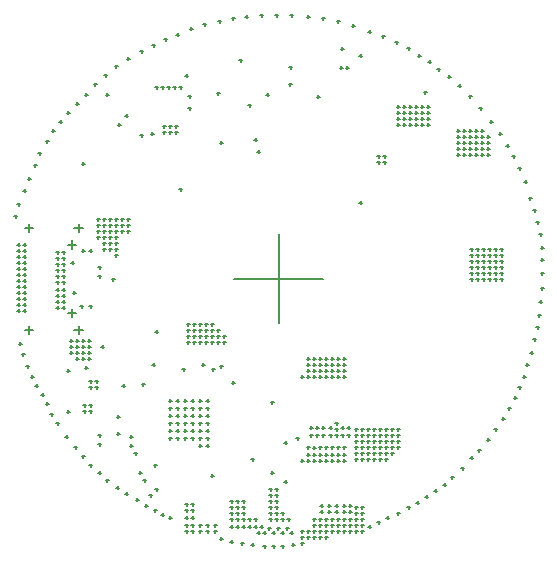
<source format=gbr>
G04 Layer_Color=128*
%FSLAX25Y25*%
%MOIN*%
%TF.FileFunction,Drillmap*%
%TF.Part,Single*%
G01*
G75*
%ADD120C,0.00500*%
D120*
X347437Y308701D02*
X376965D01*
X362201Y293937D02*
Y323465D01*
X292063Y320079D02*
X294819D01*
X293441Y318701D02*
Y321457D01*
X292063Y297323D02*
X294819D01*
X293441Y295945D02*
Y298701D01*
X277693Y291693D02*
X280449D01*
X279071Y290315D02*
Y293071D01*
X277693Y325709D02*
X280449D01*
X279071Y324331D02*
Y327087D01*
X294150Y325709D02*
X296906D01*
X295528Y324331D02*
Y327087D01*
X294150Y291693D02*
X296906D01*
X295528Y290315D02*
Y293071D01*
X307500Y316500D02*
X308500D01*
X308000Y316000D02*
Y317000D01*
X335500Y253000D02*
X336500D01*
X336000Y252500D02*
Y253500D01*
X338000Y253000D02*
X339000D01*
X338500Y252500D02*
Y253500D01*
X325500Y255500D02*
X326500D01*
X326000Y255000D02*
Y256000D01*
X325500Y258000D02*
X326500D01*
X326000Y257500D02*
Y258500D01*
X325500Y260500D02*
X326500D01*
X326000Y260000D02*
Y261000D01*
X325500Y268000D02*
X326500D01*
X326000Y267500D02*
Y268500D01*
X328000Y268000D02*
X329000D01*
X328500Y267500D02*
Y268500D01*
X330500Y268000D02*
X331500D01*
X331000Y267500D02*
Y268500D01*
X333000Y268000D02*
X334000D01*
X333500Y267500D02*
Y268500D01*
X335500Y268000D02*
X336500D01*
X336000Y267500D02*
Y268500D01*
X338000Y268000D02*
X339000D01*
X338500Y267500D02*
Y268500D01*
X325500Y263000D02*
X326500D01*
X326000Y262500D02*
Y263500D01*
X325500Y265500D02*
X326500D01*
X326000Y265000D02*
Y266000D01*
X321000Y238500D02*
X322000D01*
X321500Y238000D02*
Y239000D01*
X314500Y235000D02*
X315500D01*
X315000Y234500D02*
Y235500D01*
X317500Y233000D02*
X318500D01*
X318000Y232500D02*
Y233500D01*
X317000Y241500D02*
X318000D01*
X317500Y241000D02*
Y242000D01*
X311000Y237000D02*
X312000D01*
X311500Y236500D02*
Y237500D01*
X421500Y358000D02*
X422500D01*
X422000Y357500D02*
Y358500D01*
X315500Y244000D02*
X316500D01*
X316000Y243500D02*
Y244500D01*
X308000Y239000D02*
X309000D01*
X308500Y238500D02*
Y239500D01*
X319000Y236500D02*
X320000D01*
X319500Y236000D02*
Y237000D01*
X342500Y279500D02*
X343500D01*
X343000Y279000D02*
Y280000D01*
X314000Y250500D02*
X315000D01*
X314500Y250000D02*
Y251000D01*
X304500Y241500D02*
X305500D01*
X305000Y241000D02*
Y242000D01*
X312500Y253000D02*
X313500D01*
X313000Y252500D02*
Y253500D01*
X302000Y244000D02*
X303000D01*
X302500Y243500D02*
Y244500D01*
X369500Y222500D02*
X370500D01*
X370000Y222000D02*
Y223000D01*
X369500Y224500D02*
X370500D01*
X370000Y224000D02*
Y225000D01*
X375500Y222500D02*
X376500D01*
X376000Y222000D02*
Y223000D01*
X383500Y231000D02*
X384500D01*
X384000Y230500D02*
Y231500D01*
X385500Y231000D02*
X386500D01*
X386000Y230500D02*
Y231500D01*
X385500Y233000D02*
X386500D01*
X386000Y232500D02*
Y233500D01*
X383500Y233000D02*
X384500D01*
X384000Y232500D02*
Y233500D01*
X378500Y231000D02*
X379500D01*
X379000Y230500D02*
Y231500D01*
X378500Y233000D02*
X379500D01*
X379000Y232500D02*
Y233500D01*
X377500Y222500D02*
X378500D01*
X378000Y222000D02*
Y223000D01*
X373500Y222500D02*
X374500D01*
X374000Y222000D02*
Y223000D01*
X369500Y220500D02*
X370500D01*
X370000Y220000D02*
Y221000D01*
X392000Y226000D02*
X393000D01*
X392500Y225500D02*
Y226500D01*
X366500Y220000D02*
X367500D01*
X367000Y219500D02*
Y220500D01*
X363000Y219500D02*
X364000D01*
X363500Y219000D02*
Y220000D01*
X360000Y219500D02*
X361000D01*
X360500Y219000D02*
Y220000D01*
X357000Y219500D02*
X358000D01*
X357500Y219000D02*
Y220000D01*
X353000D02*
X354000D01*
X353500Y219500D02*
Y220500D01*
X349500D02*
X350500D01*
X350000Y220000D02*
Y221000D01*
X346000D02*
X347000D01*
X346500Y220500D02*
Y221500D01*
X342500Y222000D02*
X343500D01*
X343000Y221500D02*
Y222500D01*
X399500Y250500D02*
X400500D01*
X400000Y250000D02*
Y251000D01*
X401500Y252500D02*
X402500D01*
X402000Y252000D02*
Y253000D01*
X399500Y252500D02*
X400500D01*
X400000Y252000D02*
Y253000D01*
X399500Y254500D02*
X400500D01*
X400000Y254000D02*
Y255000D01*
X401500Y254500D02*
X402500D01*
X402000Y254000D02*
Y255000D01*
X401500Y256500D02*
X402500D01*
X402000Y256000D02*
Y257000D01*
X399500Y256500D02*
X400500D01*
X400000Y256000D02*
Y257000D01*
X401500Y258500D02*
X402500D01*
X402000Y258000D02*
Y259000D01*
X399500Y258500D02*
X400500D01*
X400000Y258000D02*
Y259000D01*
X350000Y230500D02*
X351000D01*
X350500Y230000D02*
Y231000D01*
X350000Y232500D02*
X351000D01*
X350500Y232000D02*
Y233000D01*
X350000Y234500D02*
X351000D01*
X350500Y234000D02*
Y235000D01*
X348000Y234500D02*
X349000D01*
X348500Y234000D02*
Y235000D01*
X354000Y228500D02*
X355000D01*
X354500Y228000D02*
Y229000D01*
X350000Y228500D02*
X351000D01*
X350500Y228000D02*
Y229000D01*
X385000Y259000D02*
X386000D01*
X385500Y258500D02*
Y259500D01*
X383000Y259000D02*
X384000D01*
X383500Y258500D02*
Y259500D01*
X379000Y259000D02*
X380000D01*
X379500Y258500D02*
Y259500D01*
X372500Y259000D02*
X373500D01*
X373000Y258500D02*
Y259500D01*
X374500Y259000D02*
X375500D01*
X375000Y258500D02*
Y259500D01*
X371500Y282000D02*
X372500D01*
X372000Y281500D02*
Y282500D01*
X371500Y280000D02*
X372500D01*
X372000Y279500D02*
Y280500D01*
X373500Y280000D02*
X374500D01*
X374000Y279500D02*
Y280500D01*
X373500Y281968D02*
X374500D01*
X374000Y281468D02*
Y282468D01*
X371500Y278000D02*
X372500D01*
X372000Y277500D02*
Y278500D01*
X373500Y278000D02*
X374500D01*
X374000Y277500D02*
Y278500D01*
X352000Y228500D02*
X353000D01*
X352500Y228000D02*
Y229000D01*
X346000Y234500D02*
X347000D01*
X346500Y234000D02*
Y235000D01*
X364000Y254000D02*
X365000D01*
X364500Y253500D02*
Y254500D01*
X368000Y255500D02*
X369000D01*
X368500Y255000D02*
Y256000D01*
X383000Y256500D02*
X384000D01*
X383500Y256000D02*
Y257000D01*
X385000Y256500D02*
X386000D01*
X385500Y256000D02*
Y257000D01*
X387500Y256500D02*
X388500D01*
X388000Y256000D02*
Y257000D01*
X387500Y254500D02*
X388500D01*
X388000Y254000D02*
Y255000D01*
X389500Y256500D02*
X390500D01*
X390000Y256000D02*
Y257000D01*
X391500Y256500D02*
X392500D01*
X392000Y256000D02*
Y257000D01*
X393500Y256500D02*
X394500D01*
X394000Y256000D02*
Y257000D01*
X389500Y254500D02*
X390500D01*
X390000Y254000D02*
Y255000D01*
X391500Y254500D02*
X392500D01*
X392000Y254000D02*
Y255000D01*
X393500Y254500D02*
X394500D01*
X394000Y254000D02*
Y255000D01*
X393500Y252500D02*
X394500D01*
X394000Y252000D02*
Y253000D01*
X391500Y252500D02*
X392500D01*
X392000Y252000D02*
Y253000D01*
X389500Y252500D02*
X390500D01*
X390000Y252000D02*
Y253000D01*
X387500Y252500D02*
X388500D01*
X388000Y252000D02*
Y253000D01*
X387500Y250500D02*
X388500D01*
X388000Y250000D02*
Y251000D01*
X389500Y250500D02*
X390500D01*
X390000Y250000D02*
Y251000D01*
X391500Y250500D02*
X392500D01*
X392000Y250000D02*
Y251000D01*
X393500Y250500D02*
X394500D01*
X394000Y250000D02*
Y251000D01*
X395500Y250500D02*
X396500D01*
X396000Y250000D02*
Y251000D01*
X395500Y252500D02*
X396500D01*
X396000Y252000D02*
Y253000D01*
X395500Y254500D02*
X396500D01*
X396000Y254000D02*
Y255000D01*
X395500Y256500D02*
X396500D01*
X396000Y256000D02*
Y257000D01*
X397500Y256500D02*
X398500D01*
X398000Y256000D02*
Y257000D01*
X397500Y254500D02*
X398500D01*
X398000Y254000D02*
Y255000D01*
X397500Y252500D02*
X398500D01*
X398000Y252000D02*
Y253000D01*
X397500Y250500D02*
X398500D01*
X398000Y250000D02*
Y251000D01*
X397500Y248500D02*
X398500D01*
X398000Y248000D02*
Y249000D01*
X395500Y248500D02*
X396500D01*
X396000Y248000D02*
Y249000D01*
X393500Y248500D02*
X394500D01*
X394000Y248000D02*
Y249000D01*
X391500Y248500D02*
X392500D01*
X392000Y248000D02*
Y249000D01*
X389500Y248500D02*
X390500D01*
X390000Y248000D02*
Y249000D01*
X387500Y248500D02*
X388500D01*
X388000Y248000D02*
Y249000D01*
X397500Y258500D02*
X398500D01*
X398000Y258000D02*
Y259000D01*
X395500Y258500D02*
X396500D01*
X396000Y258000D02*
Y259000D01*
X393500Y258500D02*
X394500D01*
X394000Y258000D02*
Y259000D01*
X391500Y258500D02*
X392500D01*
X392000Y258000D02*
Y259000D01*
X389500Y258500D02*
X390500D01*
X390000Y258000D02*
Y259000D01*
X387500Y258500D02*
X388500D01*
X388000Y258000D02*
Y259000D01*
X381000Y260500D02*
X382000D01*
X381500Y260000D02*
Y261000D01*
X381000Y258500D02*
X382000D01*
X381500Y258000D02*
Y259000D01*
X381000Y256500D02*
X382000D01*
X381500Y256000D02*
Y257000D01*
X383500Y248000D02*
X384500D01*
X384000Y247500D02*
Y248500D01*
X383500Y250000D02*
X384500D01*
X384000Y249500D02*
Y250500D01*
X381500Y250000D02*
X382500D01*
X382000Y249500D02*
Y250500D01*
X379500Y250000D02*
X380500D01*
X380000Y249500D02*
Y250500D01*
X381500Y248000D02*
X382500D01*
X382000Y247500D02*
Y248500D01*
X379500Y248000D02*
X380500D01*
X380000Y247500D02*
Y248500D01*
X377500Y250000D02*
X378500D01*
X378000Y249500D02*
Y250500D01*
X377500Y248000D02*
X378500D01*
X378000Y247500D02*
Y248500D01*
X375500Y248000D02*
X376500D01*
X376000Y247500D02*
Y248500D01*
X375500Y250000D02*
X376500D01*
X376000Y249500D02*
Y250500D01*
X373500Y248000D02*
X374500D01*
X374000Y247500D02*
Y248500D01*
X373500Y250000D02*
X374500D01*
X374000Y249500D02*
Y250500D01*
X371500Y248000D02*
X372500D01*
X372000Y247500D02*
Y248500D01*
X369500Y248000D02*
X370500D01*
X370000Y247500D02*
Y248500D01*
X373500Y228500D02*
X374500D01*
X374000Y228000D02*
Y229000D01*
X375500Y228500D02*
X376500D01*
X376000Y228000D02*
Y229000D01*
X377500Y228500D02*
X378500D01*
X378000Y228000D02*
Y229000D01*
X379500Y228500D02*
X380500D01*
X380000Y228000D02*
Y229000D01*
X381500Y228500D02*
X382500D01*
X382000Y228000D02*
Y229000D01*
X383500Y228500D02*
X384500D01*
X384000Y228000D02*
Y229000D01*
X383500Y226500D02*
X384500D01*
X384000Y226000D02*
Y227000D01*
X381500Y226500D02*
X382500D01*
X382000Y226000D02*
Y227000D01*
X379500Y226500D02*
X380500D01*
X380000Y226000D02*
Y227000D01*
X377500Y226500D02*
X378500D01*
X378000Y226000D02*
Y227000D01*
X375500Y226500D02*
X376500D01*
X376000Y226000D02*
Y227000D01*
X373500Y226500D02*
X374500D01*
X374000Y226000D02*
Y227000D01*
X373500Y224500D02*
X374500D01*
X374000Y224000D02*
Y225000D01*
X375500Y224500D02*
X376500D01*
X376000Y224000D02*
Y225000D01*
X377500Y224500D02*
X378500D01*
X378000Y224000D02*
Y225000D01*
X379500Y224500D02*
X380500D01*
X380000Y224000D02*
Y225000D01*
X381500Y224500D02*
X382500D01*
X382000Y224000D02*
Y225000D01*
X383500Y224500D02*
X384500D01*
X384000Y224000D02*
Y225000D01*
X385500Y226500D02*
X386500D01*
X386000Y226000D02*
Y227000D01*
X385500Y228500D02*
X386500D01*
X386000Y228000D02*
Y229000D01*
X387500Y226500D02*
X388500D01*
X388000Y226000D02*
Y227000D01*
X387500Y228500D02*
X388500D01*
X388000Y228000D02*
Y229000D01*
X387500Y230500D02*
X388500D01*
X388000Y230000D02*
Y231000D01*
X387500Y232500D02*
X388500D01*
X388000Y232000D02*
Y233000D01*
X381000Y231000D02*
X382000D01*
X381500Y230500D02*
Y231500D01*
X381000Y233000D02*
X382000D01*
X381500Y232500D02*
Y233500D01*
X376000Y233000D02*
X377000D01*
X376500Y232500D02*
Y233500D01*
X376000Y231000D02*
X377000D01*
X376500Y230500D02*
Y231500D01*
X389500Y232500D02*
X390500D01*
X390000Y232000D02*
Y233000D01*
X389500Y230500D02*
X390500D01*
X390000Y230000D02*
Y231000D01*
X389500Y228500D02*
X390500D01*
X390000Y228000D02*
Y229000D01*
X389500Y226500D02*
X390500D01*
X390000Y226000D02*
Y227000D01*
X385500Y224500D02*
X386500D01*
X386000Y224000D02*
Y225000D01*
X364000Y241000D02*
X365000D01*
X364500Y240500D02*
Y241500D01*
X361000Y234500D02*
X362000D01*
X361500Y234000D02*
Y235000D01*
X359000Y234500D02*
X360000D01*
X359500Y234000D02*
Y235000D01*
X359000Y232500D02*
X360000D01*
X359500Y232000D02*
Y233000D01*
X361000Y232500D02*
X362000D01*
X361500Y232000D02*
Y233000D01*
X361000Y230500D02*
X362000D01*
X361500Y230000D02*
Y231000D01*
X359000Y230500D02*
X360000D01*
X359500Y230000D02*
Y231000D01*
X359000Y228500D02*
X360000D01*
X359500Y228000D02*
Y229000D01*
X361000Y228500D02*
X362000D01*
X361500Y228000D02*
Y229000D01*
X363000Y230500D02*
X364000D01*
X363500Y230000D02*
Y231000D01*
X363000Y228500D02*
X364000D01*
X363500Y228000D02*
Y229000D01*
X365000Y228500D02*
X366000D01*
X365500Y228000D02*
Y229000D01*
X361000Y236500D02*
X362000D01*
X361500Y236000D02*
Y237000D01*
X359000Y238500D02*
X360000D01*
X359500Y238000D02*
Y239000D01*
X359000Y236500D02*
X360000D01*
X359500Y236000D02*
Y237000D01*
X361000Y238500D02*
X362000D01*
X361500Y238000D02*
Y239000D01*
X346000Y226000D02*
X347000D01*
X346500Y225500D02*
Y226500D01*
X348000Y226000D02*
X349000D01*
X348500Y225500D02*
Y226500D01*
X350000Y226000D02*
X351000D01*
X350500Y225500D02*
Y226500D01*
X346000Y228500D02*
X347000D01*
X346500Y228000D02*
Y229000D01*
X348000Y228500D02*
X349000D01*
X348500Y228000D02*
Y229000D01*
X348000Y230500D02*
X349000D01*
X348500Y230000D02*
Y231000D01*
X346000Y230500D02*
X347000D01*
X346500Y230000D02*
Y231000D01*
X348000Y232500D02*
X349000D01*
X348500Y232000D02*
Y233000D01*
X352000Y226000D02*
X353000D01*
X352500Y225500D02*
Y226500D01*
X355000Y224000D02*
X356000D01*
X355500Y223500D02*
Y224500D01*
X354000Y226000D02*
X355000D01*
X354500Y225500D02*
Y226500D01*
X356000Y226000D02*
X357000D01*
X356500Y225500D02*
Y226500D01*
X358500Y225500D02*
X359500D01*
X359000Y225000D02*
Y226000D01*
X361500Y225500D02*
X362500D01*
X362000Y225000D02*
Y226000D01*
X363000Y224000D02*
X364000D01*
X363500Y223500D02*
Y224500D01*
X364500Y225500D02*
X365500D01*
X365000Y225000D02*
Y226000D01*
X379000Y256500D02*
X380000D01*
X379500Y256000D02*
Y257000D01*
X376500Y256500D02*
X377500D01*
X377000Y256000D02*
Y257000D01*
X374500Y256500D02*
X375500D01*
X375000Y256000D02*
Y257000D01*
X372500Y256500D02*
X373500D01*
X373000Y256000D02*
Y257000D01*
X376500Y259000D02*
X377500D01*
X377000Y258500D02*
Y259500D01*
X357000Y224000D02*
X358000D01*
X357500Y223500D02*
Y224500D01*
X360000Y224000D02*
X361000D01*
X360500Y223500D02*
Y224500D01*
X366000Y224000D02*
X367000D01*
X366500Y223500D02*
Y224500D01*
X426000Y318500D02*
X427000D01*
X426500Y318000D02*
Y319000D01*
X428000Y318500D02*
X429000D01*
X428500Y318000D02*
Y319000D01*
X430000Y318500D02*
X431000D01*
X430500Y318000D02*
Y319000D01*
X432000Y318500D02*
X433000D01*
X432500Y318000D02*
Y319000D01*
X434000Y318500D02*
X435000D01*
X434500Y318000D02*
Y319000D01*
X436000Y318500D02*
X437000D01*
X436500Y318000D02*
Y319000D01*
X436000Y316500D02*
X437000D01*
X436500Y316000D02*
Y317000D01*
X434000Y316500D02*
X435000D01*
X434500Y316000D02*
Y317000D01*
X434000Y314500D02*
X435000D01*
X434500Y314000D02*
Y315000D01*
X436000Y314500D02*
X437000D01*
X436500Y314000D02*
Y315000D01*
X432000Y316500D02*
X433000D01*
X432500Y316000D02*
Y317000D01*
X430000Y316500D02*
X431000D01*
X430500Y316000D02*
Y317000D01*
X428000Y316500D02*
X429000D01*
X428500Y316000D02*
Y317000D01*
X426000Y316500D02*
X427000D01*
X426500Y316000D02*
Y317000D01*
X426000Y314500D02*
X427000D01*
X426500Y314000D02*
Y315000D01*
X428000Y314500D02*
X429000D01*
X428500Y314000D02*
Y315000D01*
X430000Y314500D02*
X431000D01*
X430500Y314000D02*
Y315000D01*
X432000Y314500D02*
X433000D01*
X432500Y314000D02*
Y315000D01*
X426000Y312500D02*
X427000D01*
X426500Y312000D02*
Y313000D01*
X428000Y312500D02*
X429000D01*
X428500Y312000D02*
Y313000D01*
X430000Y312500D02*
X431000D01*
X430500Y312000D02*
Y313000D01*
X432000Y312500D02*
X433000D01*
X432500Y312000D02*
Y313000D01*
X434000Y312500D02*
X435000D01*
X434500Y312000D02*
Y313000D01*
X436000Y312500D02*
X437000D01*
X436500Y312000D02*
Y313000D01*
X436000Y310500D02*
X437000D01*
X436500Y310000D02*
Y311000D01*
X434000Y310500D02*
X435000D01*
X434500Y310000D02*
Y311000D01*
X432000Y310500D02*
X433000D01*
X432500Y310000D02*
Y311000D01*
X430000Y310500D02*
X431000D01*
X430500Y310000D02*
Y311000D01*
X428000Y310500D02*
X429000D01*
X428500Y310000D02*
Y311000D01*
X426000Y310500D02*
X427000D01*
X426500Y310000D02*
Y311000D01*
X426000Y308500D02*
X427000D01*
X426500Y308000D02*
Y309000D01*
X428000Y308500D02*
X429000D01*
X428500Y308000D02*
Y309000D01*
X430000Y308500D02*
X431000D01*
X430500Y308000D02*
Y309000D01*
X432000Y308500D02*
X433000D01*
X432500Y308000D02*
Y309000D01*
X434000Y308500D02*
X435000D01*
X434500Y308000D02*
Y309000D01*
X436000Y308500D02*
X437000D01*
X436500Y308000D02*
Y309000D01*
X359500Y243969D02*
X360500D01*
X360000Y243468D02*
Y244468D01*
X339500Y293500D02*
X340500D01*
X340000Y293000D02*
Y294000D01*
X337500Y293500D02*
X338500D01*
X338000Y293000D02*
Y294000D01*
X339500Y291500D02*
X340500D01*
X340000Y291000D02*
Y292000D01*
X339500Y289500D02*
X340500D01*
X340000Y289000D02*
Y290000D01*
X339500Y287500D02*
X340500D01*
X340000Y287000D02*
Y288000D01*
X337500Y291500D02*
X338500D01*
X338000Y291000D02*
Y292000D01*
X337500Y289500D02*
X338500D01*
X338000Y289000D02*
Y290000D01*
X335500Y289500D02*
X336500D01*
X336000Y289000D02*
Y290000D01*
X335500Y291500D02*
X336500D01*
X336000Y291000D02*
Y292000D01*
X335500Y293500D02*
X336500D01*
X336000Y293000D02*
Y294000D01*
X333500Y289500D02*
X334500D01*
X334000Y289000D02*
Y290000D01*
X331500Y289500D02*
X332500D01*
X332000Y289000D02*
Y290000D01*
X341500Y287500D02*
X342500D01*
X342000Y287000D02*
Y288000D01*
X341500Y289500D02*
X342500D01*
X342000Y289000D02*
Y290000D01*
X341500Y291500D02*
X342500D01*
X342000Y291000D02*
Y292000D01*
X343500Y289500D02*
X344500D01*
X344000Y289000D02*
Y290000D01*
X343500Y287500D02*
X344500D01*
X344000Y287000D02*
Y288000D01*
X375500Y278000D02*
X376500D01*
X376000Y277500D02*
Y278500D01*
X377500Y278000D02*
X378500D01*
X378000Y277500D02*
Y278500D01*
X379500Y278000D02*
X380500D01*
X380000Y277500D02*
Y278500D01*
X381500Y278000D02*
X382500D01*
X382000Y277500D02*
Y278500D01*
X383500Y278000D02*
X384500D01*
X384000Y277500D02*
Y278500D01*
X383500Y276000D02*
X384500D01*
X384000Y275500D02*
Y276500D01*
X381500Y276000D02*
X382500D01*
X382000Y275500D02*
Y276500D01*
X379500Y276000D02*
X380500D01*
X380000Y275500D02*
Y276500D01*
X377500Y276000D02*
X378500D01*
X378000Y275500D02*
Y276500D01*
X375500Y276000D02*
X376500D01*
X376000Y275500D02*
Y276500D01*
X373500Y276000D02*
X374500D01*
X374000Y275500D02*
Y276500D01*
X371500Y276000D02*
X372500D01*
X372000Y275500D02*
Y276500D01*
X369500Y276000D02*
X370500D01*
X370000Y275500D02*
Y276500D01*
X302000Y312500D02*
X303000D01*
X302500Y312000D02*
Y313000D01*
X302000Y309500D02*
X303000D01*
X302500Y309000D02*
Y310000D01*
X293500Y304000D02*
X294500D01*
X294000Y303500D02*
Y304500D01*
X308173Y262673D02*
X309173D01*
X308673Y262173D02*
Y263173D01*
X346000Y232500D02*
X347000D01*
X346500Y232000D02*
Y233000D01*
X321000Y291000D02*
X322000D01*
X321500Y290500D02*
Y291500D01*
X333000Y260500D02*
X334000D01*
X333500Y260000D02*
Y261000D01*
X330500Y260500D02*
X331500D01*
X331000Y260000D02*
Y261000D01*
X335500Y260500D02*
X336500D01*
X336000Y260000D02*
Y261000D01*
X335500Y263000D02*
X336500D01*
X336000Y262500D02*
Y263500D01*
X330500Y263000D02*
X331500D01*
X331000Y262500D02*
Y263500D01*
X333000Y263000D02*
X334000D01*
X333500Y262500D02*
Y263500D01*
X330500Y258000D02*
X331500D01*
X331000Y257500D02*
Y258500D01*
X333000Y258000D02*
X334000D01*
X333500Y257500D02*
Y258500D01*
X335500Y258000D02*
X336500D01*
X336000Y257500D02*
Y258500D01*
X335500Y265500D02*
X336500D01*
X336000Y265000D02*
Y266000D01*
X333000Y265500D02*
X334000D01*
X333500Y265000D02*
Y266000D01*
X330500Y265500D02*
X331500D01*
X331000Y265000D02*
Y266000D01*
X328000Y265500D02*
X329000D01*
X328500Y265000D02*
Y266000D01*
X328000Y263000D02*
X329000D01*
X328500Y262500D02*
Y263500D01*
X338000Y263000D02*
X339000D01*
X338500Y262500D02*
Y263500D01*
X338000Y265500D02*
X339000D01*
X338500Y265000D02*
Y266000D01*
X338000Y260500D02*
X339000D01*
X338500Y260000D02*
Y261000D01*
X338000Y258000D02*
X339000D01*
X338500Y257500D02*
Y258500D01*
X328000Y258000D02*
X329000D01*
X328500Y257500D02*
Y258500D01*
X328000Y260500D02*
X329000D01*
X328500Y260000D02*
Y261000D01*
X328000Y255500D02*
X329000D01*
X328500Y255000D02*
Y256000D01*
X330500Y255500D02*
X331500D01*
X331000Y255000D02*
Y256000D01*
X333000Y255500D02*
X334000D01*
X333500Y255000D02*
Y256000D01*
X335500Y255500D02*
X336500D01*
X336000Y255000D02*
Y256000D01*
X338000Y255500D02*
X339000D01*
X338500Y255000D02*
Y256000D01*
X346500Y274000D02*
X347500D01*
X347000Y273500D02*
Y274500D01*
X339890Y278610D02*
X340890D01*
X340390Y278110D02*
Y279110D01*
X301500Y326500D02*
X302500D01*
X302000Y326000D02*
Y327000D01*
X303500Y326500D02*
X304500D01*
X304000Y326000D02*
Y327000D01*
X305500Y326500D02*
X306500D01*
X306000Y326000D02*
Y327000D01*
X305500Y324500D02*
X306500D01*
X306000Y324000D02*
Y325000D01*
X303500Y324500D02*
X304500D01*
X304000Y324000D02*
Y325000D01*
X301500Y324500D02*
X302500D01*
X302000Y324000D02*
Y325000D01*
X303500Y322500D02*
X304500D01*
X304000Y322000D02*
Y323000D01*
X305500Y322500D02*
X306500D01*
X306000Y322000D02*
Y323000D01*
X307500Y324500D02*
X308500D01*
X308000Y324000D02*
Y325000D01*
X307500Y326500D02*
X308500D01*
X308000Y326000D02*
Y327000D01*
X307500Y328500D02*
X308500D01*
X308000Y328000D02*
Y329000D01*
X305500Y328500D02*
X306500D01*
X306000Y328000D02*
Y329000D01*
X303500Y328500D02*
X304500D01*
X304000Y328000D02*
Y329000D01*
X301500Y328500D02*
X302500D01*
X302000Y328000D02*
Y329000D01*
X307500Y322500D02*
X308500D01*
X308000Y322000D02*
Y323000D01*
X303500Y320500D02*
X304500D01*
X304000Y320000D02*
Y321000D01*
X305500Y320500D02*
X306500D01*
X306000Y320000D02*
Y321000D01*
X307500Y320500D02*
X308500D01*
X308000Y320000D02*
Y321000D01*
X309500Y324500D02*
X310500D01*
X310000Y324000D02*
Y325000D01*
X309500Y326500D02*
X310500D01*
X310000Y326000D02*
Y327000D01*
X309500Y328500D02*
X310500D01*
X310000Y328000D02*
Y329000D01*
X307500Y318500D02*
X308500D01*
X308000Y318000D02*
Y319000D01*
X305500Y318500D02*
X306500D01*
X306000Y318000D02*
Y319000D01*
X292500Y288000D02*
X293500D01*
X293000Y287500D02*
Y288500D01*
X294500Y288000D02*
X295500D01*
X295000Y287500D02*
Y288500D01*
X296500Y288000D02*
X297500D01*
X297000Y287500D02*
Y288500D01*
X298500Y288000D02*
X299500D01*
X299000Y287500D02*
Y288500D01*
X298500Y286000D02*
X299500D01*
X299000Y285500D02*
Y286500D01*
X296500Y286000D02*
X297500D01*
X297000Y285500D02*
Y286500D01*
X294500Y286000D02*
X295500D01*
X295000Y285500D02*
Y286500D01*
X292500Y286000D02*
X293500D01*
X293000Y285500D02*
Y286500D01*
X292500Y284000D02*
X293500D01*
X293000Y283500D02*
Y284500D01*
X294500Y284000D02*
X295500D01*
X295000Y283500D02*
Y284500D01*
X296500Y284000D02*
X297500D01*
X297000Y283500D02*
Y284500D01*
X298500Y284000D02*
X299500D01*
X299000Y283500D02*
Y284500D01*
X301500Y322500D02*
X302500D01*
X302000Y322000D02*
Y323000D01*
X303500Y318500D02*
X304500D01*
X304000Y318000D02*
Y319000D01*
X299000Y299500D02*
X300000D01*
X299500Y299000D02*
Y300000D01*
X296000Y299500D02*
X297000D01*
X296500Y299000D02*
Y300000D01*
X299000Y318000D02*
X300000D01*
X299500Y317500D02*
Y318500D01*
X296500Y318000D02*
X297500D01*
X297000Y317500D02*
Y318500D01*
X290000Y313500D02*
X291000D01*
X290500Y313000D02*
Y314000D01*
X290000Y311500D02*
X291000D01*
X290500Y311000D02*
Y312000D01*
X288000Y311500D02*
X289000D01*
X288500Y311000D02*
Y312000D01*
X290000Y299000D02*
X291000D01*
X290500Y298500D02*
Y299500D01*
X288000Y299000D02*
X289000D01*
X288500Y298500D02*
Y299500D01*
X290000Y301000D02*
X291000D01*
X290500Y300500D02*
Y301500D01*
X288000Y301000D02*
X289000D01*
X288500Y300500D02*
Y301500D01*
X290000Y303000D02*
X291000D01*
X290500Y302500D02*
Y303500D01*
X288000Y303000D02*
X289000D01*
X288500Y302500D02*
Y303500D01*
X290000Y305000D02*
X291000D01*
X290500Y304500D02*
Y305500D01*
X288000Y305000D02*
X289000D01*
X288500Y304500D02*
Y305500D01*
X296500Y347000D02*
X297500D01*
X297000Y346500D02*
Y347500D01*
X298500Y282000D02*
X299500D01*
X299000Y281500D02*
Y282500D01*
X296500Y282000D02*
X297500D01*
X297000Y281500D02*
Y282500D01*
X294500Y282000D02*
X295500D01*
X295000Y281500D02*
Y282500D01*
X316000Y356500D02*
X317000D01*
X316500Y356000D02*
Y357000D01*
X333000Y229000D02*
X334000D01*
X333500Y228500D02*
Y229500D01*
X333000Y226500D02*
X334000D01*
X333500Y226000D02*
Y227000D01*
X335500Y226500D02*
X336500D01*
X336000Y226000D02*
Y227000D01*
X338000Y226500D02*
X339000D01*
X338500Y226000D02*
Y227000D01*
X340500Y226500D02*
X341500D01*
X341000Y226000D02*
Y227000D01*
X340500Y224500D02*
X341500D01*
X341000Y224000D02*
Y225000D01*
X338000Y224500D02*
X339000D01*
X338500Y224000D02*
Y225000D01*
X335500Y224500D02*
X336500D01*
X336000Y224000D02*
Y225000D01*
X333000Y224500D02*
X334000D01*
X333500Y224000D02*
Y225000D01*
X297500Y279000D02*
X298500D01*
X298000Y278500D02*
Y279500D01*
X299000Y264500D02*
X300000D01*
X299500Y264000D02*
Y265000D01*
X299000Y274500D02*
X300000D01*
X299500Y274000D02*
Y275000D01*
X299000Y266500D02*
X300000D01*
X299500Y266000D02*
Y267000D01*
X301000Y272500D02*
X302000D01*
X301500Y272000D02*
Y273000D01*
X299000Y272500D02*
X300000D01*
X299500Y272000D02*
Y273000D01*
X297000Y266500D02*
X298000D01*
X297500Y266000D02*
Y267000D01*
X297000Y264500D02*
X298000D01*
X297500Y264000D02*
Y265000D01*
X301000Y274500D02*
X302000D01*
X301500Y274000D02*
Y275000D01*
X310000Y273000D02*
X311000D01*
X310500Y272500D02*
Y273500D01*
X379500Y280000D02*
X380500D01*
X380000Y279500D02*
Y280500D01*
X377500Y282000D02*
X378500D01*
X378000Y281500D02*
Y282500D01*
X306500Y308500D02*
X307500D01*
X307000Y308000D02*
Y309000D01*
X332000Y365500D02*
X333000D01*
X332500Y365000D02*
Y366000D01*
X332000Y369500D02*
X333000D01*
X332500Y369000D02*
Y370000D01*
X349000Y381500D02*
X350000D01*
X349500Y381000D02*
Y382000D01*
X358000Y370000D02*
X359000D01*
X358500Y369500D02*
Y370500D01*
X342500Y354000D02*
X343500D01*
X343000Y353500D02*
Y354500D01*
X290000Y315500D02*
X291000D01*
X290500Y315000D02*
Y316000D01*
X288000Y313500D02*
X289000D01*
X288500Y313000D02*
Y314000D01*
X290000Y317500D02*
X291000D01*
X290500Y317000D02*
Y318000D01*
X288000Y315500D02*
X289000D01*
X288500Y315000D02*
Y316000D01*
X353000Y248500D02*
X354000D01*
X353500Y248000D02*
Y249000D01*
X288000Y317500D02*
X289000D01*
X288500Y317000D02*
Y318000D01*
X303000Y286000D02*
X304000D01*
X303500Y285500D02*
Y286500D01*
X355000Y351000D02*
X356000D01*
X355500Y350500D02*
Y351500D01*
X373500Y252413D02*
X374500D01*
X374000Y251913D02*
Y252913D01*
X375500Y252500D02*
X376500D01*
X376000Y252000D02*
Y253000D01*
X377500Y252500D02*
X378500D01*
X378000Y252000D02*
Y253000D01*
X379500Y252500D02*
X380500D01*
X380000Y252000D02*
Y253000D01*
X381500Y252500D02*
X382500D01*
X382000Y252000D02*
Y253000D01*
X383500Y252500D02*
X384500D01*
X384000Y252000D02*
Y253000D01*
X316500Y273500D02*
X317500D01*
X317000Y273000D02*
Y274000D01*
X291500Y278000D02*
X292500D01*
X292000Y277500D02*
Y278500D01*
X320500Y246500D02*
X321500D01*
X321000Y246000D02*
Y247000D01*
X371500Y224500D02*
X372500D01*
X372000Y224000D02*
Y225000D01*
X371500Y222500D02*
X372500D01*
X372000Y222000D02*
Y223000D01*
X387500Y224500D02*
X388500D01*
X388000Y224000D02*
Y225000D01*
X389500Y224500D02*
X390500D01*
X390000Y224000D02*
Y225000D01*
X423500Y350000D02*
X424500D01*
X424000Y349500D02*
Y350500D01*
X425500Y350000D02*
X426500D01*
X426000Y349500D02*
Y350500D01*
X427500Y350000D02*
X428500D01*
X428000Y349500D02*
Y350500D01*
X427500Y352000D02*
X428500D01*
X428000Y351500D02*
Y352500D01*
X425500Y352000D02*
X426500D01*
X426000Y351500D02*
Y352500D01*
X423500Y352000D02*
X424500D01*
X424000Y351500D02*
Y352500D01*
X423500Y354000D02*
X424500D01*
X424000Y353500D02*
Y354500D01*
X425500Y354000D02*
X426500D01*
X426000Y353500D02*
Y354500D01*
X427500Y354000D02*
X428500D01*
X428000Y353500D02*
Y354500D01*
X427500Y356000D02*
X428500D01*
X428000Y355500D02*
Y356500D01*
X425500Y356000D02*
X426500D01*
X426000Y355500D02*
Y356500D01*
X423500Y356000D02*
X424500D01*
X424000Y355500D02*
Y356500D01*
X421500Y356000D02*
X422500D01*
X422000Y355500D02*
Y356500D01*
X429500Y356000D02*
X430500D01*
X430000Y355500D02*
Y356500D01*
X429500Y354000D02*
X430500D01*
X430000Y353500D02*
Y354500D01*
X429500Y352000D02*
X430500D01*
X430000Y351500D02*
Y352500D01*
X429500Y350000D02*
X430500D01*
X430000Y349500D02*
Y350500D01*
X431500Y350000D02*
X432500D01*
X432000Y349500D02*
Y350500D01*
X431500Y352000D02*
X432500D01*
X432000Y351500D02*
Y352500D01*
X431500Y354000D02*
X432500D01*
X432000Y353500D02*
Y354500D01*
X431500Y356000D02*
X432500D01*
X432000Y355500D02*
Y356500D01*
X429500Y358000D02*
X430500D01*
X430000Y357500D02*
Y358500D01*
X427500Y358000D02*
X428500D01*
X428000Y357500D02*
Y358500D01*
X425500Y358000D02*
X426500D01*
X426000Y357500D02*
Y358500D01*
X423500Y358000D02*
X424500D01*
X424000Y357500D02*
Y358500D01*
X311000Y363000D02*
X312000D01*
X311500Y362500D02*
Y363500D01*
X395000Y349500D02*
X396000D01*
X395500Y349000D02*
Y350000D01*
X397000Y349500D02*
X398000D01*
X397500Y349000D02*
Y350000D01*
X397000Y347500D02*
X398000D01*
X397500Y347000D02*
Y348000D01*
X395000Y347500D02*
X396000D01*
X395500Y347000D02*
Y348000D01*
X290000Y309500D02*
X291000D01*
X290500Y309000D02*
Y310000D01*
X288000Y309500D02*
X289000D01*
X288500Y309000D02*
Y310000D01*
X288000Y307500D02*
X289000D01*
X288500Y307000D02*
Y308000D01*
X290000Y307500D02*
X291000D01*
X290500Y307000D02*
Y308000D01*
X311500Y328500D02*
X312500D01*
X312000Y328000D02*
Y329000D01*
X311500Y326500D02*
X312500D01*
X312000Y326000D02*
Y327000D01*
X311500Y324500D02*
X312500D01*
X312000Y324000D02*
Y325000D01*
X331500Y287500D02*
X332500D01*
X332000Y287000D02*
Y288000D01*
X333500Y287500D02*
X334500D01*
X334000Y287000D02*
Y288000D01*
X335500Y287500D02*
X336500D01*
X336000Y287000D02*
Y288000D01*
X337500Y287500D02*
X338500D01*
X338000Y287000D02*
Y288000D01*
X277000Y320000D02*
X278000D01*
X277500Y319500D02*
Y320500D01*
X275000Y320000D02*
X276000D01*
X275500Y319500D02*
Y320500D01*
X275000Y318000D02*
X276000D01*
X275500Y317500D02*
Y318500D01*
X277000Y318000D02*
X278000D01*
X277500Y317500D02*
Y318500D01*
X277000Y316000D02*
X278000D01*
X277500Y315500D02*
Y316500D01*
X275000Y316000D02*
X276000D01*
X275500Y315500D02*
Y316500D01*
X275000Y314000D02*
X276000D01*
X275500Y313500D02*
Y314500D01*
X277000Y314000D02*
X278000D01*
X277500Y313500D02*
Y314500D01*
X277000Y312000D02*
X278000D01*
X277500Y311500D02*
Y312500D01*
X275000Y312000D02*
X276000D01*
X275500Y311500D02*
Y312500D01*
X275000Y310000D02*
X276000D01*
X275500Y309500D02*
Y310500D01*
X277000Y310000D02*
X278000D01*
X277500Y309500D02*
Y310500D01*
X277000Y308000D02*
X278000D01*
X277500Y307500D02*
Y308500D01*
X275000Y308000D02*
X276000D01*
X275500Y307500D02*
Y308500D01*
X275000Y306000D02*
X276000D01*
X275500Y305500D02*
Y306500D01*
X277000Y306000D02*
X278000D01*
X277500Y305500D02*
Y306500D01*
X275000Y304000D02*
X276000D01*
X275500Y303500D02*
Y304500D01*
X275000Y302000D02*
X276000D01*
X275500Y301500D02*
Y302500D01*
X275000Y300000D02*
X276000D01*
X275500Y299500D02*
Y300500D01*
X275000Y298000D02*
X276000D01*
X275500Y297500D02*
Y298500D01*
X277000Y298000D02*
X278000D01*
X277500Y297500D02*
Y298500D01*
X277000Y300000D02*
X278000D01*
X277500Y299500D02*
Y300500D01*
X277000Y302000D02*
X278000D01*
X277500Y301500D02*
Y302500D01*
X277000Y304000D02*
X278000D01*
X277500Y303500D02*
Y304500D01*
X274000Y329500D02*
X275000D01*
X274500Y329000D02*
Y330000D01*
X275000Y333500D02*
X276000D01*
X275500Y333000D02*
Y334000D01*
X277000Y338000D02*
X278000D01*
X277500Y337500D02*
Y338500D01*
X278500Y342000D02*
X279500D01*
X279000Y341500D02*
Y342500D01*
X280500Y346500D02*
X281500D01*
X281000Y346000D02*
Y347000D01*
X282000Y350500D02*
X283000D01*
X282500Y350000D02*
Y351000D01*
X284500Y354500D02*
X285500D01*
X285000Y354000D02*
Y355000D01*
X286500Y358000D02*
X287500D01*
X287000Y357500D02*
Y358500D01*
X291500Y364000D02*
X292500D01*
X292000Y363500D02*
Y364500D01*
X294500Y367000D02*
X295500D01*
X295000Y366500D02*
Y367500D01*
X297500Y370000D02*
X298500D01*
X298000Y369500D02*
Y370500D01*
X300500Y373500D02*
X301500D01*
X301000Y373000D02*
Y374000D01*
X304000Y376500D02*
X305000D01*
X304500Y376000D02*
Y377000D01*
X307500Y379500D02*
X308500D01*
X308000Y379000D02*
Y380000D01*
X311500Y382000D02*
X312500D01*
X312000Y381500D02*
Y382500D01*
X316000Y384500D02*
X317000D01*
X316500Y384000D02*
Y385000D01*
X320000Y386500D02*
X321000D01*
X320500Y386000D02*
Y387000D01*
X324000Y388500D02*
X325000D01*
X324500Y388000D02*
Y389000D01*
X328000Y390000D02*
X329000D01*
X328500Y389500D02*
Y390500D01*
X332500Y392000D02*
X333500D01*
X333000Y391500D02*
Y392500D01*
X337000Y393500D02*
X338000D01*
X337500Y393000D02*
Y394000D01*
X342000Y394500D02*
X343000D01*
X342500Y394000D02*
Y395000D01*
X346500Y395500D02*
X347500D01*
X347000Y395000D02*
Y396000D01*
X351000D02*
X352000D01*
X351500Y395500D02*
Y396500D01*
X356000D02*
X357000D01*
X356500Y396000D02*
Y397000D01*
X361000Y396500D02*
X362000D01*
X361500Y396000D02*
Y397000D01*
X366000Y396500D02*
X367000D01*
X366500Y396000D02*
Y397000D01*
X371500Y396000D02*
X372500D01*
X372000Y395500D02*
Y396500D01*
X376500Y395500D02*
X377500D01*
X377000Y395000D02*
Y396000D01*
X381500Y394500D02*
X382500D01*
X382000Y394000D02*
Y395000D01*
X386500Y393000D02*
X387500D01*
X387000Y392500D02*
Y393500D01*
X392000Y391000D02*
X393000D01*
X392500Y390500D02*
Y391500D01*
X396500Y389500D02*
X397500D01*
X397000Y389000D02*
Y390000D01*
X401000Y387500D02*
X402000D01*
X401500Y387000D02*
Y388000D01*
X405000Y385500D02*
X406000D01*
X405500Y385000D02*
Y386000D01*
X408500Y383000D02*
X409500D01*
X409000Y382500D02*
Y383500D01*
X412000Y381000D02*
X413000D01*
X412500Y380500D02*
Y381500D01*
X415000Y378500D02*
X416000D01*
X415500Y378000D02*
Y379000D01*
X418500Y376000D02*
X419500D01*
X419000Y375500D02*
Y376500D01*
X422000Y373000D02*
X423000D01*
X422500Y372500D02*
Y373500D01*
X425500Y369500D02*
X426500D01*
X426000Y369000D02*
Y370000D01*
X429000Y365500D02*
X430000D01*
X429500Y365000D02*
Y366000D01*
X275500Y287000D02*
X276500D01*
X276000Y286500D02*
Y287500D01*
X276500Y283500D02*
X277500D01*
X277000Y283000D02*
Y284000D01*
X278000Y279500D02*
X279000D01*
X278500Y279000D02*
Y280000D01*
X279500Y276000D02*
X280500D01*
X280000Y275500D02*
Y276500D01*
X281000Y273000D02*
X282000D01*
X281500Y272500D02*
Y273500D01*
X283000Y270000D02*
X284000D01*
X283500Y269500D02*
Y270500D01*
X284500Y267000D02*
X285500D01*
X285000Y266500D02*
Y267500D01*
X286000Y263500D02*
X287000D01*
X286500Y263000D02*
Y264000D01*
X288000Y260500D02*
X289000D01*
X288500Y260000D02*
Y261000D01*
X291000Y256000D02*
X292000D01*
X291500Y255500D02*
Y256500D01*
X325500Y229000D02*
X326500D01*
X326000Y228500D02*
Y229500D01*
X432500Y361000D02*
X433500D01*
X433000Y360500D02*
Y361500D01*
X435500Y357000D02*
X436500D01*
X436000Y356500D02*
Y357500D01*
X438000Y353000D02*
X439000D01*
X438500Y352500D02*
Y353500D01*
X440000Y349500D02*
X441000D01*
X440500Y349000D02*
Y350000D01*
X442000Y345500D02*
X443000D01*
X442500Y345000D02*
Y346000D01*
X444000Y341000D02*
X445000D01*
X444500Y340500D02*
Y341500D01*
X445500Y335500D02*
X446500D01*
X446000Y335000D02*
Y336000D01*
X447000Y331500D02*
X448000D01*
X447500Y331000D02*
Y332000D01*
X448000Y327500D02*
X449000D01*
X448500Y327000D02*
Y328000D01*
X449000Y323500D02*
X450000D01*
X449500Y323000D02*
Y324000D01*
Y315000D02*
X450500D01*
X450000Y314500D02*
Y315500D01*
X449000Y301000D02*
X450000D01*
X449500Y300500D02*
Y301500D01*
X448500Y296500D02*
X449500D01*
X449000Y296000D02*
Y297000D01*
X448000Y292500D02*
X449000D01*
X448500Y292000D02*
Y293000D01*
X447000Y288500D02*
X448000D01*
X447500Y288000D02*
Y289000D01*
X446000Y284000D02*
X447000D01*
X446500Y283500D02*
Y284500D01*
X444500Y280000D02*
X445500D01*
X445000Y279500D02*
Y280500D01*
X359500Y267500D02*
X360500D01*
X360000Y267000D02*
Y268000D01*
X371500Y252500D02*
X372500D01*
X372000Y252000D02*
Y253000D01*
X371500Y250000D02*
X372500D01*
X372000Y249500D02*
Y250500D01*
X401500Y366000D02*
X402500D01*
X402000Y365500D02*
Y366500D01*
X403500Y366000D02*
X404500D01*
X404000Y365500D02*
Y366500D01*
X405500Y366000D02*
X406500D01*
X406000Y365500D02*
Y366500D01*
X407500Y366000D02*
X408500D01*
X408000Y365500D02*
Y366500D01*
X409500Y366000D02*
X410500D01*
X410000Y365500D02*
Y366500D01*
X411500Y366000D02*
X412500D01*
X412000Y365500D02*
Y366500D01*
X411500Y364000D02*
X412500D01*
X412000Y363500D02*
Y364500D01*
X409500Y364000D02*
X410500D01*
X410000Y363500D02*
Y364500D01*
X407500Y364000D02*
X408500D01*
X408000Y363500D02*
Y364500D01*
X405500Y364000D02*
X406500D01*
X406000Y363500D02*
Y364500D01*
X403500Y364000D02*
X404500D01*
X404000Y363500D02*
Y364500D01*
X401500Y364000D02*
X402500D01*
X402000Y363500D02*
Y364500D01*
X401500Y362000D02*
X402500D01*
X402000Y361500D02*
Y362500D01*
X403500Y362000D02*
X404500D01*
X404000Y361500D02*
Y362500D01*
X405500Y362000D02*
X406500D01*
X406000Y361500D02*
Y362500D01*
X407500Y362000D02*
X408500D01*
X408000Y361500D02*
Y362500D01*
X409500Y362000D02*
X410500D01*
X410000Y361500D02*
Y362500D01*
X411500Y362000D02*
X412500D01*
X412000Y361500D02*
Y362500D01*
X411500Y360000D02*
X412500D01*
X412000Y359500D02*
Y360500D01*
X409500Y360000D02*
X410500D01*
X410000Y359500D02*
Y360500D01*
X407500Y360000D02*
X408500D01*
X408000Y359500D02*
Y360500D01*
X405500Y360000D02*
X406500D01*
X406000Y359500D02*
Y360500D01*
X403500Y360000D02*
X404500D01*
X404000Y359500D02*
Y360500D01*
X401500Y360000D02*
X402500D01*
X402000Y359500D02*
Y360500D01*
X333500Y293500D02*
X334500D01*
X334000Y293000D02*
Y294000D01*
X331500Y293500D02*
X332500D01*
X332000Y293000D02*
Y294000D01*
X331500Y291500D02*
X332500D01*
X332000Y291000D02*
Y292000D01*
X333500Y291500D02*
X334500D01*
X334000Y291000D02*
Y292000D01*
X443500Y276000D02*
X444500D01*
X444000Y275500D02*
Y276500D01*
X442000Y272500D02*
X443000D01*
X442500Y272000D02*
Y273000D01*
X440500Y269000D02*
X441500D01*
X441000Y268500D02*
Y269500D01*
X438500Y265500D02*
X439500D01*
X439000Y265000D02*
Y266000D01*
X436500Y262000D02*
X437500D01*
X437000Y261500D02*
Y262500D01*
X434000Y258500D02*
X435000D01*
X434500Y258000D02*
Y259000D01*
X431500Y255000D02*
X432500D01*
X432000Y254500D02*
Y255500D01*
X428500Y251500D02*
X429500D01*
X429000Y251000D02*
Y252000D01*
X426000Y249000D02*
X427000D01*
X426500Y248500D02*
Y249500D01*
X423000Y245500D02*
X424000D01*
X423500Y245000D02*
Y246000D01*
X419500Y242500D02*
X420500D01*
X420000Y242000D02*
Y243000D01*
X414000Y238000D02*
X415000D01*
X414500Y237500D02*
Y238500D01*
X411000Y236000D02*
X412000D01*
X411500Y235500D02*
Y236500D01*
X408000Y234000D02*
X409000D01*
X408500Y233500D02*
Y234500D01*
X405000Y232500D02*
X406000D01*
X405500Y232000D02*
Y233000D01*
X401500Y230500D02*
X402500D01*
X402000Y230000D02*
Y231000D01*
X398000Y229000D02*
X399000D01*
X398500Y228500D02*
Y229500D01*
X395000Y227500D02*
X396000D01*
X395500Y227000D02*
Y228000D01*
X291500Y264327D02*
X292500D01*
X292000Y263827D02*
Y264827D01*
X421500Y354000D02*
X422500D01*
X422000Y353500D02*
Y354500D01*
X421500Y352000D02*
X422500D01*
X422000Y351500D02*
Y352500D01*
X421500Y350000D02*
X422500D01*
X422000Y349500D02*
Y350500D01*
X449500Y305500D02*
X450500D01*
X450000Y305000D02*
Y306000D01*
X449500Y310500D02*
X450500D01*
X450000Y310000D02*
Y311000D01*
X449500Y319000D02*
X450500D01*
X450000Y318500D02*
Y319500D01*
X417000Y240000D02*
X418000D01*
X417500Y239500D02*
Y240500D01*
X289000Y361000D02*
X290000D01*
X289500Y360500D02*
Y361500D01*
X389000Y334000D02*
X390000D01*
X389500Y333500D02*
Y334500D01*
X304500Y370000D02*
X305500D01*
X305000Y369500D02*
Y370500D01*
X352000Y366500D02*
X353000D01*
X352500Y366000D02*
Y367000D01*
X323500Y357500D02*
X324500D01*
X324000Y357000D02*
Y358000D01*
X323500Y359500D02*
X324500D01*
X324000Y359000D02*
Y360000D01*
X327500Y359500D02*
X328500D01*
X328000Y359000D02*
Y360000D01*
X327500Y357500D02*
X328500D01*
X328000Y357000D02*
Y358000D01*
X323000Y230000D02*
X324000D01*
X323500Y229500D02*
Y230500D01*
X320500Y231500D02*
X321500D01*
X321000Y231000D02*
Y232000D01*
X325500Y357500D02*
X326500D01*
X326000Y357000D02*
Y358000D01*
X325500Y359500D02*
X326500D01*
X326000Y359000D02*
Y360000D01*
X410500Y370827D02*
X411500D01*
X411000Y370327D02*
Y371327D01*
X384500Y379000D02*
X385500D01*
X385000Y378500D02*
Y379500D01*
X382500Y379000D02*
X383500D01*
X383000Y378500D02*
Y379500D01*
X365500Y373500D02*
X366500D01*
X366000Y373000D02*
Y374000D01*
X389000Y383000D02*
X390000D01*
X389500Y382500D02*
Y383500D01*
X365724Y379224D02*
X366724D01*
X366224Y378724D02*
Y379724D01*
X382827Y385327D02*
X383827D01*
X383327Y384827D02*
Y385827D01*
X319500Y357000D02*
X320500D01*
X320000Y356500D02*
Y357500D01*
X331087Y376413D02*
X332087D01*
X331587Y375913D02*
Y376913D01*
X374827Y369327D02*
X375827D01*
X375327Y368827D02*
Y369827D01*
X321000Y372500D02*
X322000D01*
X321500Y372000D02*
Y373000D01*
X323000Y372500D02*
X324000D01*
X323500Y372000D02*
Y373000D01*
X325000Y372500D02*
X326000D01*
X325500Y372000D02*
Y373000D01*
X327000Y372500D02*
X328000D01*
X327500Y372000D02*
Y373000D01*
X329000Y372500D02*
X330000D01*
X329500Y372000D02*
Y373000D01*
X329000Y338500D02*
X330000D01*
X329500Y338000D02*
Y339000D01*
X341500Y370500D02*
X342500D01*
X342000Y370000D02*
Y371000D01*
X308173Y257000D02*
X309173D01*
X308673Y256500D02*
Y257500D01*
X294000Y252500D02*
X295000D01*
X294500Y252000D02*
Y253000D01*
X296500Y249500D02*
X297500D01*
X297000Y249000D02*
Y250000D01*
X302000Y253500D02*
X303000D01*
X302500Y253000D02*
Y254000D01*
X302000Y256500D02*
X303000D01*
X302500Y256000D02*
Y257000D01*
X299000Y246500D02*
X300000D01*
X299500Y246000D02*
Y247000D01*
X312500Y256000D02*
X313500D01*
X313000Y255500D02*
Y256500D01*
X336500Y280000D02*
X337500D01*
X337000Y279500D02*
Y280500D01*
X330000Y278500D02*
X331000D01*
X330500Y278000D02*
Y279000D01*
X333000Y233500D02*
X334000D01*
X333500Y233000D02*
Y234000D01*
X333000Y231500D02*
X334000D01*
X333500Y231000D02*
Y232000D01*
X331000Y229000D02*
X332000D01*
X331500Y228500D02*
Y229500D01*
X331000Y226500D02*
X332000D01*
X331500Y226000D02*
Y227000D01*
X331000Y233500D02*
X332000D01*
X331500Y233000D02*
Y234000D01*
X331000Y224500D02*
X332000D01*
X331500Y224000D02*
Y225000D01*
X331000Y231500D02*
X332000D01*
X331500Y231000D02*
Y232000D01*
X339500Y243000D02*
X340500D01*
X340000Y242500D02*
Y243500D01*
X354000Y355000D02*
X355000D01*
X354500Y354500D02*
Y355500D01*
X308500Y360000D02*
X309500D01*
X309000Y359500D02*
Y360500D01*
X320000Y280025D02*
X321000D01*
X320500Y279525D02*
Y280525D01*
X375500Y280000D02*
X376500D01*
X376000Y279500D02*
Y280500D01*
X377500Y280000D02*
X378500D01*
X378000Y279500D02*
Y280500D01*
X375500Y282000D02*
X376500D01*
X376000Y281500D02*
Y282500D01*
X381500Y280000D02*
X382500D01*
X382000Y279500D02*
Y280500D01*
X383500Y280000D02*
X384500D01*
X384000Y279500D02*
Y280500D01*
X383500Y282000D02*
X384500D01*
X384000Y281500D02*
Y282500D01*
X381500Y282000D02*
X382500D01*
X382000Y281500D02*
Y282500D01*
X379500Y282000D02*
X380500D01*
X380000Y281500D02*
Y282500D01*
X293000Y314000D02*
X294000D01*
X293500Y313500D02*
Y314500D01*
%TF.MD5,196D3120DF1936319159EEE634F14A10*%
M02*

</source>
